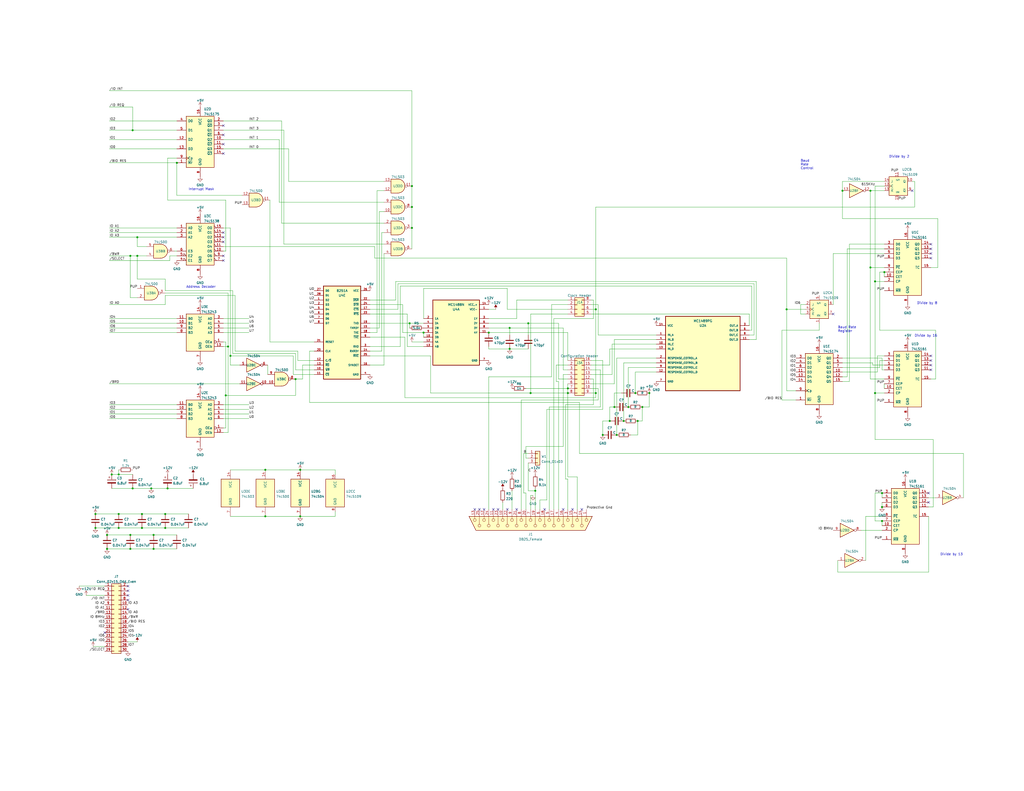
<source format=kicad_sch>
(kicad_sch (version 20211123) (generator eeschema)
  (paper "C")
  (junction (at 74.93 139.7))
  (junction (at 144.78 256.54))
  (junction (at 477.52 214.63))
  (junction (at 481.33 276.86))
  (junction (at 72.39 266.7))
  (junction (at 429.26 168.91))
  (junction (at 77.47 280.67))
  (junction (at 354.33 214.63))
  (junction (at 90.17 288.29))
  (junction (at 90.17 280.67))
  (junction (at 71.12 299.72))
  (junction (at 482.6 148.59))
  (junction (at 83.82 292.1))
  (junction (at 346.71 214.63))
  (junction (at 163.83 256.54))
  (junction (at 58.42 292.1))
  (junction (at 474.98 146.05))
  (junction (at 332.74 229.87))
  (junction (at 123.19 215.9))
  (junction (at 481.33 269.24))
  (junction (at 64.77 288.29))
  (junction (at 224.79 124.46))
  (junction (at 459.74 104.14))
  (junction (at 64.77 280.67))
  (junction (at 350.52 222.25))
  (junction (at 231.14 181.61))
  (junction (at 340.36 229.87))
  (junction (at 58.42 299.72))
  (junction (at 77.47 288.29))
  (junction (at 96.52 88.9))
  (junction (at 161.29 207.01))
  (junction (at 125.73 194.31))
  (junction (at 224.79 101.6))
  (junction (at 60.96 259.08))
  (junction (at 474.98 104.14))
  (junction (at 144.78 281.94))
  (junction (at 481.33 284.48))
  (junction (at 163.83 281.94))
  (junction (at 325.12 168.91))
  (junction (at 224.79 113.03))
  (junction (at 52.07 280.67))
  (junction (at 74.93 129.54))
  (junction (at 72.39 71.12))
  (junction (at 82.55 266.7))
  (junction (at 52.07 288.29))
  (junction (at 278.13 190.5))
  (junction (at 309.88 214.63))
  (junction (at 289.56 214.63))
  (junction (at 477.52 153.67))
  (junction (at 325.12 214.63))
  (junction (at 288.29 176.53))
  (junction (at 71.12 292.1))
  (junction (at 91.44 266.7))
  (junction (at 347.98 229.87))
  (junction (at 336.55 237.49))
  (junction (at 292.1 267.97))
  (junction (at 328.93 237.49))
  (junction (at 71.12 139.7))
  (junction (at 223.52 176.53))
  (junction (at 83.82 299.72))
  (junction (at 335.28 222.25))
  (junction (at 124.46 189.23))
  (junction (at 266.7 181.61))
  (junction (at 342.9 222.25))
  (junction (at 309.88 212.09))
  (junction (at 278.13 179.07))
  (junction (at 64.77 259.08))
  (no_connect (at 121.92 83.82))
  (no_connect (at 508 194.31))
  (no_connect (at 508 199.39))
  (no_connect (at 508 196.85))
  (no_connect (at 508 201.93))
  (no_connect (at 454.66 171.45))
  (no_connect (at 508 140.97))
  (no_connect (at 508 133.35))
  (no_connect (at 508 135.89))
  (no_connect (at 508 138.43))
  (no_connect (at 497.84 104.14))
  (no_connect (at 506.73 274.32))
  (no_connect (at 506.73 269.24))
  (no_connect (at 121.92 78.74))
  (no_connect (at 121.92 132.08))
  (no_connect (at 121.92 129.54))
  (no_connect (at 121.92 127))
  (no_connect (at 121.92 142.24))
  (no_connect (at 121.92 139.7))
  (no_connect (at 121.92 73.66))
  (no_connect (at 121.92 68.58))
  (no_connect (at 69.85 320.04))
  (no_connect (at 69.85 322.58))
  (no_connect (at 69.85 325.12))
  (no_connect (at 69.85 327.66))
  (no_connect (at 69.85 332.74))
  (no_connect (at 57.15 345.44))
  (no_connect (at 297.18 278.13))
  (no_connect (at 276.86 278.13))
  (no_connect (at 312.42 278.13))
  (no_connect (at 307.34 278.13))
  (no_connect (at 317.5 278.13))
  (no_connect (at 259.08 278.13))
  (no_connect (at 264.16 278.13))
  (no_connect (at 269.24 278.13))
  (no_connect (at 261.62 278.13))
  (no_connect (at 271.78 278.13))
  (no_connect (at 281.94 278.13))
  (wire (pts (xy 285.75 247.65) (xy 285.75 269.24)))
  (wire (pts (xy 153.67 66.04) (xy 121.92 66.04)))
  (wire (pts (xy 204.47 140.97) (xy 429.26 140.97)))
  (wire (pts (xy 222.25 189.23) (xy 231.14 189.23)))
  (wire (pts (xy 429.26 140.97) (xy 429.26 168.91)))
  (wire (pts (xy 482.6 148.59) (xy 480.06 148.59)))
  (wire (pts (xy 121.92 228.6) (xy 135.89 228.6)))
  (wire (pts (xy 328.93 196.85) (xy 328.93 223.52)))
  (wire (pts (xy 224.79 113.03) (xy 224.79 124.46)))
  (wire (pts (xy 426.72 218.44) (xy 426.72 180.34)))
  (wire (pts (xy 201.93 176.53) (xy 223.52 176.53)))
  (wire (pts (xy 59.69 179.07) (xy 96.52 179.07)))
  (wire (pts (xy 288.29 247.65) (xy 285.75 247.65)))
  (wire (pts (xy 209.55 127) (xy 208.28 127)))
  (wire (pts (xy 220.98 184.15) (xy 220.98 217.17)))
  (wire (pts (xy 288.29 176.53) (xy 304.8 176.53)))
  (wire (pts (xy 342.9 222.25) (xy 342.9 200.66)))
  (wire (pts (xy 278.13 179.07) (xy 278.13 182.88)))
  (wire (pts (xy 152.4 76.2) (xy 121.92 76.2)))
  (wire (pts (xy 162.56 191.77) (xy 128.27 191.77)))
  (wire (pts (xy 292.1 267.97) (xy 292.1 278.13)))
  (wire (pts (xy 307.34 243.84) (xy 307.34 204.47)))
  (wire (pts (xy 59.69 139.7) (xy 71.12 139.7)))
  (wire (pts (xy 309.88 209.55) (xy 309.88 212.09)))
  (wire (pts (xy 162.56 196.85) (xy 162.56 191.77)))
  (wire (pts (xy 201.93 171.45) (xy 222.25 171.45)))
  (wire (pts (xy 304.8 207.01) (xy 309.88 207.01)))
  (wire (pts (xy 60.96 266.7) (xy 72.39 266.7)))
  (wire (pts (xy 74.93 129.54) (xy 74.93 134.62)))
  (wire (pts (xy 477.52 153.67) (xy 482.6 153.67)))
  (wire (pts (xy 274.32 274.32) (xy 274.32 278.13)))
  (wire (pts (xy 124.46 236.22) (xy 121.92 236.22)))
  (wire (pts (xy 124.46 189.23) (xy 124.46 236.22)))
  (wire (pts (xy 59.69 176.53) (xy 96.52 176.53)))
  (wire (pts (xy 59.69 226.06) (xy 96.52 226.06)))
  (wire (pts (xy 323.85 220.98) (xy 323.85 207.01)))
  (wire (pts (xy 325.12 214.63) (xy 325.12 168.91)))
  (wire (pts (xy 209.55 138.43) (xy 209.55 199.39)))
  (wire (pts (xy 478.79 194.31) (xy 482.6 194.31)))
  (wire (pts (xy 289.56 270.51) (xy 289.56 278.13)))
  (wire (pts (xy 91.44 266.7) (xy 105.41 266.7)))
  (wire (pts (xy 209.55 115.57) (xy 207.01 115.57)))
  (wire (pts (xy 335.28 214.63) (xy 335.28 222.25)))
  (wire (pts (xy 332.74 199.39) (xy 322.58 199.39)))
  (wire (pts (xy 160.02 194.31) (xy 125.73 194.31)))
  (wire (pts (xy 121.92 71.12) (xy 154.94 71.12)))
  (wire (pts (xy 339.09 214.63) (xy 335.28 214.63)))
  (wire (pts (xy 92.71 139.7) (xy 92.71 142.24)))
  (wire (pts (xy 347.98 237.49) (xy 347.98 229.87)))
  (wire (pts (xy 499.11 113.03) (xy 499.11 99.06)))
  (wire (pts (xy 121.92 186.69) (xy 123.19 186.69)))
  (wire (pts (xy 304.8 208.28) (xy 304.8 278.13)))
  (wire (pts (xy 340.36 229.87) (xy 340.36 198.12)))
  (wire (pts (xy 358.14 190.5) (xy 332.74 190.5)))
  (wire (pts (xy 124.46 160.02) (xy 90.17 160.02)))
  (wire (pts (xy 171.45 196.85) (xy 162.56 196.85)))
  (wire (pts (xy 323.85 173.99) (xy 302.26 173.99)))
  (wire (pts (xy 127 158.75) (xy 90.17 158.75)))
  (wire (pts (xy 335.28 209.55) (xy 335.28 185.42)))
  (wire (pts (xy 457.2 312.42) (xy 457.2 306.07)))
  (wire (pts (xy 478.79 194.31) (xy 478.79 203.2)))
  (wire (pts (xy 163.83 256.54) (xy 182.88 256.54)))
  (wire (pts (xy 231.14 157.48) (xy 231.14 173.99)))
  (wire (pts (xy 462.28 135.89) (xy 462.28 205.74)))
  (wire (pts (xy 125.73 281.94) (xy 144.78 281.94)))
  (wire (pts (xy 340.36 198.12) (xy 358.14 198.12)))
  (wire (pts (xy 182.88 256.54) (xy 182.88 259.08)))
  (wire (pts (xy 459.74 203.2) (xy 478.79 203.2)))
  (wire (pts (xy 347.98 229.87) (xy 350.52 229.87)))
  (wire (pts (xy 346.71 203.2) (xy 346.71 214.63)))
  (wire (pts (xy 327.66 222.25) (xy 299.72 222.25)))
  (wire (pts (xy 125.73 256.54) (xy 144.78 256.54)))
  (wire (pts (xy 288.29 267.97) (xy 288.29 252.73)))
  (wire (pts (xy 481.33 269.24) (xy 481.33 271.78)))
  (wire (pts (xy 412.75 185.42) (xy 408.94 185.42)))
  (wire (pts (xy 323.85 163.83) (xy 323.85 173.99)))
  (wire (pts (xy 307.34 204.47) (xy 309.88 204.47)))
  (wire (pts (xy 224.79 101.6) (xy 224.79 49.53)))
  (wire (pts (xy 429.26 213.36) (xy 429.26 168.91)))
  (wire (pts (xy 157.48 81.28) (xy 157.48 99.06)))
  (wire (pts (xy 96.52 88.9) (xy 59.69 88.9)))
  (wire (pts (xy 408.94 177.8) (xy 408.94 171.45)))
  (wire (pts (xy 208.28 191.77) (xy 201.93 191.77)))
  (wire (pts (xy 350.52 222.25) (xy 350.52 229.87)))
  (wire (pts (xy 82.55 266.7) (xy 91.44 266.7)))
  (wire (pts (xy 124.46 189.23) (xy 124.46 160.02)))
  (wire (pts (xy 326.39 166.37) (xy 322.58 166.37)))
  (wire (pts (xy 182.88 281.94) (xy 182.88 279.4)))
  (wire (pts (xy 506.73 281.94) (xy 506.73 312.42)))
  (wire (pts (xy 307.34 179.07) (xy 307.34 201.93)))
  (wire (pts (xy 481.33 274.32) (xy 481.33 276.86)))
  (wire (pts (xy 80.01 139.7) (xy 74.93 139.7)))
  (wire (pts (xy 96.52 139.7) (xy 92.71 139.7)))
  (wire (pts (xy 209.55 104.14) (xy 205.74 104.14)))
  (wire (pts (xy 215.9 163.83) (xy 215.9 153.67)))
  (wire (pts (xy 59.69 209.55) (xy 130.81 209.55)))
  (wire (pts (xy 322.58 214.63) (xy 325.12 214.63)))
  (wire (pts (xy 234.95 214.63) (xy 289.56 214.63)))
  (wire (pts (xy 459.74 200.66) (xy 480.06 200.66)))
  (wire (pts (xy 266.7 168.91) (xy 270.51 168.91)))
  (wire (pts (xy 309.88 168.91) (xy 276.86 168.91)))
  (wire (pts (xy 276.86 168.91) (xy 276.86 157.48)))
  (wire (pts (xy 309.88 214.63) (xy 289.56 214.63)))
  (wire (pts (xy 204.47 134.62) (xy 204.47 140.97)))
  (wire (pts (xy 127 193.04) (xy 127 158.75)))
  (wire (pts (xy 223.52 176.53) (xy 223.52 179.07)))
  (wire (pts (xy 96.52 129.54) (xy 74.93 129.54)))
  (wire (pts (xy 152.4 110.49) (xy 152.4 76.2)))
  (wire (pts (xy 287.02 243.84) (xy 307.34 243.84)))
  (wire (pts (xy 459.74 208.28) (xy 463.55 208.28)))
  (wire (pts (xy 308.61 220.98) (xy 323.85 220.98)))
  (wire (pts (xy 217.17 168.91) (xy 201.93 168.91)))
  (wire (pts (xy 287.02 269.24) (xy 287.02 278.13)))
  (wire (pts (xy 477.52 284.48) (xy 481.33 284.48)))
  (wire (pts (xy 266.7 278.13) (xy 266.7 205.74)))
  (wire (pts (xy 95.25 137.16) (xy 96.52 137.16)))
  (wire (pts (xy 336.55 237.49) (xy 336.55 195.58)))
  (wire (pts (xy 266.7 179.07) (xy 278.13 179.07)))
  (wire (pts (xy 71.12 292.1) (xy 83.82 292.1)))
  (wire (pts (xy 96.52 86.36) (xy 91.44 86.36)))
  (wire (pts (xy 434.34 218.44) (xy 426.72 218.44)))
  (wire (pts (xy 153.67 121.92) (xy 153.67 66.04)))
  (wire (pts (xy 125.73 194.31) (xy 125.73 199.39)))
  (wire (pts (xy 463.55 133.35) (xy 482.6 133.35)))
  (wire (pts (xy 219.71 181.61) (xy 219.71 166.37)))
  (wire (pts (xy 123.19 109.22) (xy 123.19 137.16)))
  (wire (pts (xy 218.44 189.23) (xy 201.93 189.23)))
  (wire (pts (xy 209.55 199.39) (xy 201.93 199.39)))
  (wire (pts (xy 231.14 181.61) (xy 231.14 184.15)))
  (wire (pts (xy 224.79 101.6) (xy 224.79 113.03)))
  (wire (pts (xy 328.93 229.87) (xy 328.93 237.49)))
  (wire (pts (xy 266.7 176.53) (xy 288.29 176.53)))
  (wire (pts (xy 474.98 104.14) (xy 474.98 146.05)))
  (wire (pts (xy 154.94 71.12) (xy 154.94 133.35)))
  (wire (pts (xy 46.99 325.12) (xy 57.15 325.12)))
  (wire (pts (xy 316.23 219.71) (xy 316.23 247.65)))
  (wire (pts (xy 482.6 135.89) (xy 462.28 135.89)))
  (wire (pts (xy 276.86 157.48) (xy 231.14 157.48)))
  (wire (pts (xy 474.98 146.05) (xy 482.6 146.05)))
  (wire (pts (xy 161.29 193.04) (xy 127 193.04)))
  (wire (pts (xy 59.69 124.46) (xy 96.52 124.46)))
  (wire (pts (xy 123.19 215.9) (xy 123.19 233.68)))
  (wire (pts (xy 506.73 312.42) (xy 457.2 312.42)))
  (wire (pts (xy 482.6 209.55) (xy 482.6 212.09)))
  (wire (pts (xy 436.88 171.45) (xy 436.88 166.37)))
  (wire (pts (xy 477.52 101.6) (xy 482.6 101.6)))
  (wire (pts (xy 410.21 156.21) (xy 218.44 156.21)))
  (wire (pts (xy 304.8 208.28) (xy 303.53 208.28)))
  (wire (pts (xy 323.85 163.83) (xy 322.58 163.83)))
  (wire (pts (xy 326.39 212.09) (xy 326.39 218.44)))
  (wire (pts (xy 459.74 119.38) (xy 459.74 104.14)))
  (wire (pts (xy 309.88 278.13) (xy 309.88 261.62)))
  (wire (pts (xy 59.69 166.37) (xy 90.17 166.37)))
  (wire (pts (xy 322.58 209.55) (xy 335.28 209.55)))
  (wire (pts (xy 123.19 186.69) (xy 123.19 215.9)))
  (wire (pts (xy 509.27 240.03) (xy 509.27 276.86)))
  (wire (pts (xy 426.72 180.34) (xy 447.04 180.34)))
  (wire (pts (xy 121.92 189.23) (xy 124.46 189.23)))
  (wire (pts (xy 90.17 280.67) (xy 102.87 280.67)))
  (wire (pts (xy 77.47 288.29) (xy 90.17 288.29)))
  (wire (pts (xy 294.64 273.05) (xy 294.64 278.13)))
  (wire (pts (xy 511.81 146.05) (xy 511.81 119.38)))
  (wire (pts (xy 59.69 129.54) (xy 74.93 129.54)))
  (wire (pts (xy 83.82 299.72) (xy 96.52 299.72)))
  (wire (pts (xy 201.93 166.37) (xy 219.71 166.37)))
  (wire (pts (xy 481.33 201.93) (xy 482.6 201.93)))
  (wire (pts (xy 231.14 176.53) (xy 223.52 176.53)))
  (wire (pts (xy 308.61 261.62) (xy 308.61 220.98)))
  (wire (pts (xy 316.23 247.65) (xy 525.78 247.65)))
  (wire (pts (xy 325.12 217.17) (xy 325.12 214.63)))
  (wire (pts (xy 481.33 284.48) (xy 481.33 287.02)))
  (wire (pts (xy 482.6 196.85) (xy 480.06 196.85)))
  (wire (pts (xy 219.71 181.61) (xy 231.14 181.61)))
  (wire (pts (xy 59.69 173.99) (xy 96.52 173.99)))
  (wire (pts (xy 59.69 58.42) (xy 72.39 58.42)))
  (wire (pts (xy 43.18 320.04) (xy 57.15 320.04)))
  (wire (pts (xy 472.44 281.94) (xy 472.44 306.07)))
  (wire (pts (xy 71.12 139.7) (xy 71.12 162.56)))
  (wire (pts (xy 481.33 195.58) (xy 481.33 201.93)))
  (wire (pts (xy 358.14 203.2) (xy 346.71 203.2)))
  (wire (pts (xy 121.92 173.99) (xy 135.89 173.99)))
  (wire (pts (xy 146.05 199.39) (xy 146.05 204.47)))
  (wire (pts (xy 285.75 269.24) (xy 287.02 269.24)))
  (wire (pts (xy 287.02 250.19) (xy 287.02 243.84)))
  (wire (pts (xy 434.34 213.36) (xy 429.26 213.36)))
  (wire (pts (xy 59.69 127) (xy 96.52 127)))
  (wire (pts (xy 350.52 222.25) (xy 354.33 222.25)))
  (wire (pts (xy 144.78 281.94) (xy 163.83 281.94)))
  (wire (pts (xy 459.74 195.58) (xy 481.33 195.58)))
  (wire (pts (xy 429.26 168.91) (xy 439.42 168.91)))
  (wire (pts (xy 354.33 222.25) (xy 354.33 214.63)))
  (wire (pts (xy 508 146.05) (xy 511.81 146.05)))
  (wire (pts (xy 71.12 162.56) (xy 74.93 162.56)))
  (wire (pts (xy 309.88 212.09) (xy 309.88 214.63)))
  (wire (pts (xy 224.79 124.46) (xy 224.79 135.89)))
  (wire (pts (xy 447.04 180.34) (xy 447.04 176.53)))
  (wire (pts (xy 322.58 212.09) (xy 326.39 212.09)))
  (wire (pts (xy 499.11 99.06) (xy 497.84 99.06)))
  (wire (pts (xy 525.78 271.78) (xy 525.78 247.65)))
  (wire (pts (xy 59.69 66.04) (xy 96.52 66.04)))
  (wire (pts (xy 482.6 199.39) (xy 476.25 199.39)))
  (wire (pts (xy 266.7 190.5) (xy 266.7 189.23)))
  (wire (pts (xy 299.72 222.25) (xy 299.72 278.13)))
  (wire (pts (xy 74.93 134.62) (xy 80.01 134.62)))
  (wire (pts (xy 289.56 214.63) (xy 289.56 171.45)))
  (wire (pts (xy 168.91 219.71) (xy 316.23 219.71)))
  (wire (pts (xy 482.6 138.43) (xy 454.66 138.43)))
  (wire (pts (xy 474.98 207.01) (xy 474.98 146.05)))
  (wire (pts (xy 279.4 267.97) (xy 279.4 278.13)))
  (wire (pts (xy 510.54 207.01) (xy 508 207.01)))
  (wire (pts (xy 234.95 194.31) (xy 234.95 214.63)))
  (wire (pts (xy 287.02 212.09) (xy 309.88 212.09)))
  (wire (pts (xy 168.91 191.77) (xy 168.91 219.71)))
  (wire (pts (xy 459.74 104.14) (xy 459.74 99.06)))
  (wire (pts (xy 480.06 148.59) (xy 480.06 180.34)))
  (wire (pts (xy 408.94 182.88) (xy 411.48 182.88)))
  (wire (pts (xy 477.52 269.24) (xy 477.52 284.48)))
  (wire (pts (xy 165.1 199.39) (xy 165.1 207.01)))
  (wire (pts (xy 469.9 289.56) (xy 481.33 289.56)))
  (wire (pts (xy 59.69 81.28) (xy 96.52 81.28)))
  (wire (pts (xy 64.77 280.67) (xy 77.47 280.67)))
  (wire (pts (xy 58.42 299.72) (xy 71.12 299.72)))
  (wire (pts (xy 121.92 179.07) (xy 135.89 179.07)))
  (wire (pts (xy 477.52 214.63) (xy 477.52 240.03)))
  (wire (pts (xy 298.45 273.05) (xy 294.64 273.05)))
  (wire (pts (xy 480.06 180.34) (xy 510.54 180.34)))
  (wire (pts (xy 91.44 109.22) (xy 123.19 109.22)))
  (wire (pts (xy 334.01 204.47) (xy 322.58 204.47)))
  (wire (pts (xy 71.12 299.72) (xy 83.82 299.72)))
  (wire (pts (xy 509.27 276.86) (xy 506.73 276.86)))
  (wire (pts (xy 332.74 190.5) (xy 332.74 199.39)))
  (wire (pts (xy 309.88 261.62) (xy 308.61 261.62)))
  (wire (pts (xy 408.94 171.45) (xy 322.58 171.45)))
  (wire (pts (xy 163.83 281.94) (xy 182.88 281.94)))
  (wire (pts (xy 125.73 124.46) (xy 125.73 194.31)))
  (wire (pts (xy 481.33 281.94) (xy 472.44 281.94)))
  (wire (pts (xy 482.6 214.63) (xy 477.52 214.63)))
  (wire (pts (xy 481.33 269.24) (xy 477.52 269.24)))
  (wire (pts (xy 59.69 228.6) (xy 96.52 228.6)))
  (wire (pts (xy 90.17 152.4) (xy 74.93 152.4)))
  (wire (pts (xy 300.99 205.74) (xy 300.99 166.37)))
  (wire (pts (xy 125.73 199.39) (xy 130.81 199.39)))
  (wire (pts (xy 322.58 201.93) (xy 327.66 201.93)))
  (wire (pts (xy 454.66 138.43) (xy 454.66 166.37)))
  (wire (pts (xy 121.92 134.62) (xy 204.47 134.62)))
  (wire (pts (xy 121.92 81.28) (xy 157.48 81.28)))
  (wire (pts (xy 58.42 292.1) (xy 71.12 292.1)))
  (wire (pts (xy 123.19 137.16) (xy 121.92 137.16)))
  (wire (pts (xy 209.55 110.49) (xy 152.4 110.49)))
  (wire (pts (xy 90.17 288.29) (xy 102.87 288.29)))
  (wire (pts (xy 59.69 223.52) (xy 96.52 223.52)))
  (wire (pts (xy 160.02 204.47) (xy 160.02 194.31)))
  (wire (pts (xy 154.94 133.35) (xy 209.55 133.35)))
  (wire (pts (xy 298.45 223.52) (xy 298.45 273.05)))
  (wire (pts (xy 69.85 350.52) (xy 74.93 350.52)))
  (wire (pts (xy 303.53 208.28) (xy 303.53 199.39)))
  (wire (pts (xy 220.98 217.17) (xy 325.12 217.17)))
  (wire (pts (xy 314.96 260.35) (xy 314.96 278.13)))
  (wire (pts (xy 328.93 223.52) (xy 298.45 223.52)))
  (wire (pts (xy 342.9 200.66) (xy 358.14 200.66)))
  (wire (pts (xy 77.47 280.67) (xy 90.17 280.67)))
  (wire (pts (xy 304.8 176.53) (xy 304.8 207.01)))
  (wire (pts (xy 325.12 168.91) (xy 325.12 113.03)))
  (wire (pts (xy 59.69 220.98) (xy 96.52 220.98)))
  (wire (pts (xy 300.99 166.37) (xy 309.88 166.37)))
  (wire (pts (xy 59.69 71.12) (xy 72.39 71.12)))
  (wire (pts (xy 325.12 113.03) (xy 499.11 113.03)))
  (wire (pts (xy 322.58 196.85) (xy 328.93 196.85)))
  (wire (pts (xy 171.45 204.47) (xy 160.02 204.47)))
  (wire (pts (xy 477.52 214.63) (xy 477.52 153.67)))
  (wire (pts (xy 121.92 223.52) (xy 135.89 223.52)))
  (wire (pts (xy 83.82 292.1) (xy 96.52 292.1)))
  (wire (pts (xy 327.66 201.93) (xy 327.66 222.25)))
  (wire (pts (xy 288.29 250.19) (xy 287.02 250.19)))
  (wire (pts (xy 90.17 158.75) (xy 90.17 152.4)))
  (wire (pts (xy 303.53 199.39) (xy 309.88 199.39)))
  (wire (pts (xy 326.39 182.88) (xy 326.39 166.37)))
  (wire (pts (xy 123.19 233.68) (xy 121.92 233.68)))
  (wire (pts (xy 462.28 205.74) (xy 459.74 205.74)))
  (wire (pts (xy 411.48 154.94) (xy 217.17 154.94)))
  (wire (pts (xy 215.9 153.67) (xy 412.75 153.67)))
  (wire (pts (xy 171.45 186.69) (xy 147.32 186.69)))
  (wire (pts (xy 358.14 182.88) (xy 326.39 182.88)))
  (wire (pts (xy 335.28 222.25) (xy 332.74 222.25)))
  (wire (pts (xy 128.27 161.29) (xy 90.17 161.29)))
  (wire (pts (xy 292.1 267.97) (xy 288.29 267.97)))
  (wire (pts (xy 323.85 207.01) (xy 322.58 207.01)))
  (wire (pts (xy 209.55 121.92) (xy 153.67 121.92)))
  (wire (pts (xy 278.13 179.07) (xy 307.34 179.07)))
  (wire (pts (xy 284.48 218.44) (xy 284.48 278.13)))
  (wire (pts (xy 278.13 190.5) (xy 266.7 190.5)))
  (wire (pts (xy 307.34 201.93) (xy 309.88 201.93)))
  (wire (pts (xy 477.52 240.03) (xy 509.27 240.03)))
  (wire (pts (xy 132.08 106.68) (xy 96.52 106.68)))
  (wire (pts (xy 224.79 186.69) (xy 231.14 186.69)))
  (wire (pts (xy 64.77 259.08) (xy 72.39 259.08)))
  (wire (pts (xy 482.6 148.59) (xy 482.6 151.13)))
  (wire (pts (xy 224.79 49.53) (xy 59.69 49.53)))
  (wire (pts (xy 412.75 153.67) (xy 412.75 185.42)))
  (wire (pts (xy 309.88 181.61) (xy 309.88 196.85)))
  (wire (pts (xy 335.28 185.42) (xy 358.14 185.42)))
  (wire (pts (xy 217.17 154.94) (xy 217.17 168.91)))
  (wire (pts (xy 171.45 199.39) (xy 165.1 199.39)))
  (wire (pts (xy 302.26 278.13) (xy 302.26 173.99)))
  (wire (pts (xy 144.78 256.54) (xy 163.83 256.54)))
  (wire (pts (xy 50.8 353.06) (xy 57.15 353.06)))
  (wire (pts (xy 59.69 142.24) (xy 92.71 142.24)))
  (wire (pts (xy 463.55 208.28) (xy 463.55 133.35)))
  (wire (pts (xy 128.27 191.77) (xy 128.27 161.29)))
  (wire (pts (xy 74.93 152.4) (xy 74.93 139.7)))
  (wire (pts (xy 205.74 104.14) (xy 205.74 181.61)))
  (wire (pts (xy 208.28 127) (xy 208.28 191.77)))
  (wire (pts (xy 205.74 181.61) (xy 201.93 181.61)))
  (wire (pts (xy 408.94 180.34) (xy 410.21 180.34)))
  (wire (pts (xy 121.92 176.53) (xy 135.89 176.53)))
  (wire (pts (xy 332.74 229.87) (xy 328.93 229.87)))
  (wire (pts (xy 161.29 215.9) (xy 123.19 215.9)))
  (wire (pts (xy 64.77 256.54) (xy 64.77 259.08)))
  (wire (pts (xy 96.52 106.68) (xy 96.52 88.9)))
  (wire (pts (xy 309.88 260.35) (xy 314.96 260.35)))
  (wire (pts (xy 436.88 166.37) (xy 439.42 166.37)))
  (wire (pts (xy 171.45 191.77) (xy 168.91 191.77)))
  (wire (pts (xy 207.01 179.07) (xy 201.93 179.07)))
  (wire (pts (xy 476.25 199.39) (xy 476.25 198.12)))
  (wire (pts (xy 289.56 171.45) (xy 309.88 171.45)))
  (wire (pts (xy 480.06 196.85) (xy 480.06 200.66)))
  (wire (pts (xy 477.52 153.67) (xy 477.52 101.6)))
  (wire (pts (xy 336.55 195.58) (xy 358.14 195.58)))
  (wire (pts (xy 60.96 259.08) (xy 64.77 259.08)))
  (wire (pts (xy 147.32 186.69) (xy 147.32 109.22)))
  (wire (pts (xy 121.92 181.61) (xy 135.89 181.61)))
  (wire (pts (xy 266.7 173.99) (xy 281.94 173.99)))
  (wire (pts (xy 72.39 266.7) (xy 82.55 266.7)))
  (wire (pts (xy 161.29 201.93) (xy 161.29 193.04)))
  (wire (pts (xy 292.1 266.7) (xy 292.1 267.97)))
  (wire (pts (xy 439.42 171.45) (xy 436.88 171.45)))
  (wire (pts (xy 334.01 187.96) (xy 334.01 204.47)))
  (wire (pts (xy 344.17 237.49) (xy 347.98 237.49)))
  (wire (pts (xy 201.93 184.15) (xy 220.98 184.15)))
  (wire (pts (xy 165.1 207.01) (xy 161.29 207.01)))
  (wire (pts (xy 121.92 220.98) (xy 135.89 220.98)))
  (wire (pts (xy 207.01 115.57) (xy 207.01 179.07)))
  (wire (pts (xy 358.14 187.96) (xy 334.01 187.96)))
  (wire (pts (xy 91.44 86.36) (xy 91.44 109.22)))
  (wire (pts (xy 459.74 198.12) (xy 476.25 198.12)))
  (wire (pts (xy 222.25 171.45) (xy 222.25 189.23)))
  (wire (pts (xy 121.92 124.46) (xy 125.73 124.46)))
  (wire (pts (xy 410.21 180.34) (xy 410.21 156.21)))
  (wire (pts (xy 459.74 99.06) (xy 482.6 99.06)))
  (wire (pts (xy 506.73 271.78) (xy 510.54 271.78)))
  (wire (pts (xy 171.45 201.93) (xy 161.29 201.93)))
  (wire (pts (xy 325.12 168.91) (xy 322.58 168.91)))
  (wire (pts (xy 290.83 270.51) (xy 289.56 270.51)))
  (wire (pts (xy 281.94 173.99) (xy 281.94 163.83)))
  (wire (pts (xy 52.07 280.67) (xy 64.77 280.67)))
  (wire (pts (xy 411.48 182.88) (xy 411.48 154.94)))
  (wire (pts (xy 74.93 139.7) (xy 71.12 139.7)))
  (wire (pts (xy 332.74 222.25) (xy 332.74 229.87)))
  (wire (pts (xy 510.54 180.34) (xy 510.54 207.01)))
  (wire (pts (xy 281.94 163.83) (xy 309.88 163.83)))
  (wire (pts (xy 278.13 190.5) (xy 288.29 190.5)))
  (wire (pts (xy 72.39 58.42) (xy 72.39 71.12)))
  (wire (pts (xy 90.17 161.29) (xy 90.17 166.37)))
  (wire (pts (xy 121.92 226.06) (xy 135.89 226.06)))
  (wire (pts (xy 209.55 99.06) (xy 157.48 99.06)))
  (wire (pts (xy 326.39 218.44) (xy 284.48 218.44)))
  (wire (pts (xy 309.88 214.63) (xy 309.88 260.35)))
  (wire (pts (xy 201.93 194.31) (xy 234.95 194.31)))
  (wire (pts (xy 511.81 119.38) (xy 459.74 119.38)))
  (wire (pts (xy 52.07 288.29) (xy 64.77 288.29)))
  (wire (pts (xy 72.39 71.12) (xy 96.52 71.12)))
  (wire (pts (xy 161.29 207.01) (xy 161.29 215.9)))
  (wire (pts (xy 201.93 163.83) (xy 215.9 163.83)))
  (wire (pts (xy 59.69 76.2) (xy 96.52 76.2)))
  (wire (pts (xy 482.6 207.01) (xy 474.98 207.01)))
  (wire (pts (xy 266.7 205.74) (xy 300.99 205.74)))
  (wire (pts (xy 59.69 181.61) (xy 96.52 181.61)))
  (wire (pts (xy 474.98 104.14) (xy 482.6 104.14)))
  (wire (pts (xy 266.7 181.61) (xy 309.88 181.61)))
  (wire (pts (xy 218.44 156.21) (xy 218.44 189.23)))
  (wire (pts (xy 288.29 176.53) (xy 288.29 182.88)))
  (wire (pts (xy 64.77 288.29) (xy 77.47 288.29)))
  (text "Divide by 16" (at 499.11 184.15 0) (effects (font (size 1.27 1.27)) (justify left bottom)))
  (text "Interrupt Mask" (at 102.87 104.14 0) (effects (font (size 1.27 1.27)) (justify left bottom)))
  (text "Divide by 13" (at 513.08 303.53 0) (effects (font (size 1.27 1.27)) (justify left bottom)))
  (text "Address Decoder" (at 101.6 157.48 0) (effects (font (size 1.27 1.27)) (justify left bottom)))
  (text "Baud\nRate\nControl" (at 436.88 92.71 0) (effects (font (size 1.27 1.27)) (justify left bottom)))
  (text "Baud Rate\nRegister" (at 457.2 181.61 0) (effects (font (size 1.27 1.27)) (justify left bottom)))
  (text "Divide by 8" (at 500.38 166.37 0) (effects (font (size 1.27 1.27)) (justify left bottom)))
  (text "Divide by 2" (at 485.14 86.36 0) (effects (font (size 1.27 1.27)) (justify left bottom)))
  (label "{slash}ID REQ" (at 59.69 58.42 0))
  (label "IO1" (at 69.85 347.98 0))
  (label "IO2" (at 59.69 223.52 0))
  (label "IO6" (at 57.15 347.98 180))
  (label "{slash}BWR" (at 69.85 337.82 0))
  (label "C" (at 288.29 257.81 0))
  (label "{slash}IO INT" (at 57.15 327.66 180))
  (label "IO7" (at 69.85 353.06 0))
  (label "PUP" (at 482.6 140.97 180))
  (label "{slash}BIO RES" (at 59.69 88.9 0))
  (label "IO0" (at 57.15 350.52 180))
  (label "U5" (at 135.89 176.53 0))
  (label "U6" (at 171.45 173.99 180))
  (label "U1" (at 135.89 226.06 0))
  (label "U3" (at 135.89 220.98 0))
  (label "IO A0" (at 59.69 166.37 0))
  (label "INT 3" (at 135.89 71.12 0))
  (label "IO7" (at 59.69 181.61 0))
  (label "{slash}SELECT" (at 57.15 355.6 180))
  (label "IO3" (at 57.15 340.36 180))
  (label "PUP" (at 72.39 256.54 0))
  (label "Protective Gnd" (at 320.04 278.13 0))
  (label "U2" (at 171.45 163.83 180))
  (label "IO A0" (at 69.85 335.28 0))
  (label "IO0" (at 434.34 203.2 180))
  (label "IO6" (at 436.88 166.37 180))
  (label "IO0" (at 59.69 228.6 0))
  (label "IO A2" (at 57.15 330.2 180))
  (label "IO5" (at 434.34 205.74 180))
  (label "U3" (at 171.45 166.37 180))
  (label "{slash}SELECT" (at 59.69 142.24 0))
  (label "INT 2" (at 135.89 66.04 0))
  (label "PUP" (at 482.6 209.55 180))
  (label "IO0" (at 59.69 81.28 0))
  (label "IO1" (at 59.69 226.06 0))
  (label "U6" (at 135.89 179.07 0))
  (label "U0" (at 135.89 228.6 0))
  (label "U4" (at 135.89 173.99 0))
  (label "PUP" (at 481.33 294.64 180))
  (label "U4" (at 171.45 168.91 180))
  (label "IO6" (at 59.69 179.07 0))
  (label "INT 1" (at 135.89 76.2 0))
  (label "IO A3" (at 69.85 330.2 0))
  (label "{slash}BWR" (at 59.69 139.7 0))
  (label "U1" (at 171.45 161.29 180))
  (label "U7" (at 171.45 176.53 180))
  (label "IO A1" (at 59.69 124.46 0))
  (label "PUP" (at 74.93 157.48 180))
  (label "615KHz" (at 477.52 101.6 180))
  (label "IO 8MHz" (at 454.66 289.56 180))
  (label "IO 8MHz" (at 57.15 337.82 180))
  (label "IO A1" (at 57.15 332.74 180))
  (label "IO4" (at 434.34 208.28 180))
  (label "B" (at 285.75 247.65 0))
  (label "U0" (at 171.45 158.75 180))
  (label "IO5" (at 59.69 176.53 0))
  (label "PUP" (at 482.6 219.71 180))
  (label "IO A2" (at 59.69 127 0))
  (label "PUP" (at 477.52 269.24 0))
  (label "IO2" (at 434.34 198.12 180))
  (label "U5" (at 171.45 171.45 180))
  (label "IO4" (at 59.69 173.99 0))
  (label "{slash}BRD" (at 59.69 209.55 0))
  (label "PUP" (at 490.22 109.22 0))
  (label "IO1" (at 434.34 200.66 180))
  (label "{slash}ID REQ" (at 57.15 322.58 180))
  (label "PUP" (at 132.08 111.76 180))
  (label "PUP" (at 447.04 161.29 180))
  (label "U2" (at 135.89 223.52 0))
  (label "{slash}BRD" (at 57.15 335.28 180))
  (label "PUP" (at 482.6 158.75 180))
  (label "IO3" (at 59.69 71.12 0))
  (label "IO4" (at 69.85 342.9 0))
  (label "IO5" (at 69.85 345.44 0))
  (label "IO1" (at 59.69 76.2 0))
  (label "{slash}IO INT" (at 59.69 49.53 0))
  (label "PUP" (at 490.22 93.98 180))
  (label "{slash}BIO RES" (at 69.85 340.36 0))
  (label "{slash}BIO RES" (at 426.72 218.44 180))
  (label "IO3" (at 59.69 220.98 0))
  (label "U7" (at 135.89 181.61 0))
  (label "IO A3" (at 59.69 129.54 0))
  (label "IO2" (at 59.69 66.04 0))
  (label "IO2" (at 57.15 342.9 180))
  (label "INT 0" (at 135.89 81.28 0))
  (label "IO3" (at 434.34 195.58 180))
  (symbol (lib_id "74xx:74LS161") (at 494.03 281.94 0) (unit 1)
    (property "Reference" "U1B" (at 496.0494 262.7335 0) (effects (justify left)))
    (property "Value" "74LS161" (at 496.0494 265.5086 0) (effects (justify left)))
    (property "Datasheet" "http://www.ti.com/lit/gpn/sn74LS161" (effects hide))
  )
  (symbol (lib_id "Device:R") (at 350.52 214.63 90) (unit 1)
    (property "Reference" "R?" (at 350.52 212.09 90))
    (property "Value" "R" (at 350.52 214.63 90))
  )
  (symbol (lib_id "Device:C") (at 64.77 284.48 0) (unit 1)
    (property "Reference" "C?" (at 67.691 283.5715 0) (effects (justify left)))
    (property "Value" "0.047uF" (at 67.691 286.3466 0) (effects (justify left)))
  )
  (symbol (lib_id "74xx:74LS00") (at 153.67 207.01 0) (unit 3)
    (property "Reference" "U3B" (at 153.67 207.01 0))
    (property "Value" "74LS00" (at 153.67 202.0086 0))
    (property "Datasheet" "http://www.ti.com/lit/gpn/sn74ls00" (effects hide))
  )
  (symbol (lib_id "74xx:74LS04") (at 138.43 199.39 0) (unit 3)
    (property "Reference" "U2B" (at 137.16 199.39 0))
    (property "Value" "74LS04" (at 138.43 194.3886 0))
    (property "Datasheet" "http://www.ti.com/lit/gpn/sn74LS04" (effects hide))
  )
  (symbol (lib_id "power:+5V") (at 109.22 213.36 0) (unit 1)
    (property "Reference" "#PWR?" (effects hide))
    (property "Value" "+5V" (at 109.22 209.7555 0))
  )
  (symbol (lib_id "Device:C") (at 58.42 295.91 0) (unit 1)
    (property "Reference" "C?" (at 61.341 295.0015 0) (effects (justify left)))
    (property "Value" "0.047uF" (at 61.341 297.7766 0) (effects (justify left)))
  )
  (symbol (lib_id "Device:C_Polarized") (at 105.41 262.89 0) (mirror x) (unit 1)
    (property "Reference" "C1" (at 111.76 261.62 0) (effects (justify right)))
    (property "Value" "6.8uF" (at 114.3 264.16 0) (effects (justify right)))
  )
  (symbol (lib_id "power:+12V") (at 46.99 325.12 0) (unit 1)
    (property "Reference" "#PWR?" (effects hide))
    (property "Value" "+12V" (at 46.99 321.5155 0))
  )
  (symbol (lib_id "74xx:74LS04") (at 462.28 289.56 0) (unit 4)
    (property "Reference" "U2B" (at 461.01 289.56 0))
    (property "Value" "74LS04" (at 462.28 284.5586 0))
    (property "Datasheet" "http://www.ti.com/lit/gpn/sn74LS04" (effects hide))
  )
  (symbol (lib_id "Device:C") (at 339.09 222.25 90) (unit 1)
    (property "Reference" "C?" (at 339.09 218.44 90))
    (property "Value" "C" (at 341.63 220.98 90))
  )
  (symbol (lib_id "74xx:74LS174") (at 447.04 205.74 0) (unit 1)
    (property "Reference" "U1E" (at 449.0594 189.0735 0) (effects (justify left)))
    (property "Value" "74LS174" (at 449.0594 191.8486 0) (effects (justify left)))
    (property "Datasheet" "http://www.ti.com/lit/gpn/sn74LS174" (effects hide))
  )
  (symbol (lib_id "Device:R") (at 344.17 229.87 90) (unit 1)
    (property "Reference" "R?" (at 344.17 227.33 90))
    (property "Value" "R" (at 344.17 229.87 90))
  )
  (symbol (lib_id "74xx:74LS138") (at 109.22 132.08 0) (unit 1)
    (property "Reference" "U3C" (at 111.2394 117.9535 0) (effects (justify left)))
    (property "Value" "74LS138" (at 111.2394 120.7286 0) (effects (justify left)))
    (property "Datasheet" "http://www.ti.com/lit/gpn/sn74LS138" (effects hide))
  )
  (symbol (lib_id "74xx:74LS03") (at 217.17 124.46 0) (mirror x) (unit 1)
    (property "Reference" "U3D" (at 217.17 124.46 0))
    (property "Value" "74LS03" (at 217.17 119.4586 0))
    (property "Datasheet" "http://www.ti.com/lit/gpn/sn74LS03" (effects hide))
  )
  (symbol (lib_id "power:GND") (at 495.3 166.37 0) (unit 1)
    (property "Reference" "#PWR?" (effects hide))
    (property "Value" "GND" (at 495.3 170.9325 0))
  )
  (symbol (lib_id "Device:C") (at 83.82 295.91 0) (unit 1)
    (property "Reference" "C?" (at 86.741 295.0015 0) (effects (justify left)))
    (property "Value" "0.047uF" (at 86.741 297.7766 0) (effects (justify left)))
  )
  (symbol (lib_id "74xx:74LS03") (at 217.17 113.03 0) (unit 3)
    (property "Reference" "U3D" (at 217.17 113.03 0))
    (property "Value" "74LS03" (at 217.17 108.0286 0))
    (property "Datasheet" "http://www.ti.com/lit/gpn/sn74LS03" (effects hide))
  )
  (symbol (lib_id "74xx:74LS109") (at 447.04 168.91 0) (unit 1)
    (property "Reference" "U2C" (at 449.0594 159.8635 0) (effects (justify left)))
    (property "Value" "74LS109" (at 449.0594 162.6386 0) (effects (justify left)))
    (property "Datasheet" "http://www.ti.com/lit/gpn/sn74LS109" (effects hide))
  )
  (symbol (lib_id "power:+5V") (at 109.22 166.37 0) (unit 1)
    (property "Reference" "#PWR?" (effects hide))
    (property "Value" "+5V" (at 109.22 162.7655 0))
  )
  (symbol (lib_id "Device:C") (at 90.17 284.48 0) (unit 1)
    (property "Reference" "C?" (at 93.091 283.5715 0) (effects (justify left)))
    (property "Value" "0.047uF" (at 93.091 286.3466 0) (effects (justify left)))
  )
  (symbol (lib_id "Device:C") (at 102.87 284.48 0) (unit 1)
    (property "Reference" "C?" (at 105.791 283.5715 0) (effects (justify left)))
    (property "Value" "0.047uF" (at 105.791 286.3466 0) (effects (justify left)))
  )
  (symbol (lib_id "power:-12V") (at 74.93 350.52 0) (unit 1)
    (property "Reference" "#PWR?" (effects hide))
    (property "Value" "-12V" (at 74.93 346.9155 0))
  )
  (symbol (lib_id "power:GND") (at 494.03 302.26 0) (unit 1)
    (property "Reference" "#PWR?" (effects hide))
    (property "Value" "GND" (at 494.03 306.8225 0))
  )
  (symbol (lib_id "Evan's misc parts:MC1488N") (at 248.92 181.61 0) (unit 1)
    (property "Reference" "U4A" (at 248.92 168.91 0))
    (property "Value" "MC1488N" (at 248.92 166.37 0))
    (property "Footprint" "DIP794W45P254L1969H508Q14" (effects hide))
  )
  (symbol (lib_id "power:GND") (at 328.93 237.49 0) (unit 1)
    (property "Reference" "#PWR?" (effects hide))
    (property "Value" "GND" (at 328.93 242.0525 0))
  )
  (symbol (lib_id "Device:R") (at 292.1 262.89 0) (unit 1)
    (property "Reference" "R4" (at 293.878 261.9815 0) (effects (justify left)))
    (property "Value" "9.1k" (at 293.878 264.7566 0) (effects (justify left)))
  )
  (symbol (lib_id "power:-12V") (at 270.51 168.91 0) (unit 1)
    (property "Reference" "#PWR?" (effects hide))
    (property "Value" "-12V" (at 270.51 165.3055 0))
  )
  (symbol (lib_id "power:+12V") (at 279.4 212.09 0) (unit 1)
    (property "Reference" "#PWR?" (effects hide))
    (property "Value" "+12V" (at 279.4 208.4855 0))
  )
  (symbol (lib_id "power:GND") (at 495.3 227.33 0) (unit 1)
    (property "Reference" "#PWR?" (effects hide))
    (property "Value" "GND" (at 495.3 231.8925 0))
  )
  (symbol (lib_id "74xx:74LS00") (at 87.63 137.16 0) (mirror x) (unit 2)
    (property "Reference" "U3B" (at 87.63 137.16 0))
    (property "Value" "74LS00" (at 87.63 132.1586 0))
    (property "Datasheet" "http://www.ti.com/lit/gpn/sn74ls00" (effects hide))
  )
  (symbol (lib_id "power:GND") (at 109.22 96.52 0) (unit 1)
    (property "Reference" "#PWR?" (effects hide))
    (property "Value" "GND" (at 109.22 101.0825 0))
  )
  (symbol (lib_id "Device:R") (at 283.21 212.09 90) (unit 1)
    (property "Reference" "R6" (at 283.21 209.55 90))
    (property "Value" "1k" (at 283.21 212.09 90))
  )
  (symbol (lib_id "Evan's misc parts:MC1489PG") (at 383.54 190.5 0) (unit 1)
    (property "Reference" "U2A" (at 383.54 177.8 0))
    (property "Value" "MC1489PG" (at 383.54 175.26 0))
    (property "Footprint" "DIP254P762X469-14" (effects hide))
    (property "OC_NEWARK" "98H0661" (effects hide))
    (property "SUPPLIER" "On Semiconductor" (effects hide))
    (property "MPN" "MC1489PG" (effects hide))
    (property "OC_FARNELL" "1211144" (effects hide))
    (property "PACKAGE" "PDIP-14" (effects hide))
  )
  (symbol (lib_id "power:+5V") (at 495.3 186.69 0) (unit 1)
    (property "Reference" "#PWR?" (effects hide))
    (property "Value" "+5V" (at 495.3 183.0855 0))
  )
  (symbol (lib_id "power:GND") (at 163.83 281.94 0) (unit 1)
    (property "Reference" "#PWR?" (effects hide))
    (property "Value" "GND" (at 163.83 286.5025 0))
  )
  (symbol (lib_id "Device:R") (at 340.36 237.49 90) (unit 1)
    (property "Reference" "R?" (at 340.36 234.95 90))
    (property "Value" "R" (at 340.36 237.49 90))
  )
  (symbol (lib_id "74xx:74LS03") (at 125.73 269.24 0) (unit 5)
    (property "Reference" "U3D" (at 131.572 268.3315 0) (effects (justify left)))
    (property "Value" "74LS03" (at 131.572 271.1066 0) (effects (justify left)))
    (property "Datasheet" "http://www.ti.com/lit/gpn/sn74LS03" (effects hide))
  )
  (symbol (lib_id "power:-12V") (at 105.41 259.08 0) (unit 1)
    (property "Reference" "#PWR?" (effects hide))
    (property "Value" "-12V" (at 105.41 255.4755 0))
  )
  (symbol (lib_id "Device:R") (at 227.33 179.07 90) (unit 1)
    (property "Reference" "R5" (at 227.33 176.53 90))
    (property "Value" "5.6k" (at 227.33 179.07 90))
  )
  (symbol (lib_id "Device:C") (at 336.55 229.87 90) (unit 1)
    (property "Reference" "C?" (at 336.55 226.06 90))
    (property "Value" "C" (at 339.09 228.6 90))
  )
  (symbol (lib_id "power:GND") (at 201.93 204.47 0) (unit 1)
    (property "Reference" "#PWR?" (effects hide))
    (property "Value" "GND" (at 201.93 209.0325 0))
  )
  (symbol (lib_id "power:+5V") (at 109.22 116.84 0) (unit 1)
    (property "Reference" "#PWR?" (effects hide))
    (property "Value" "+5V" (at 109.22 113.2355 0))
  )
  (symbol (lib_id "power:+5V") (at 358.14 177.8 0) (unit 1)
    (property "Reference" "#PWR?" (effects hide))
    (property "Value" "+5V" (at 358.14 174.1955 0))
  )
  (symbol (lib_id "74xx:74LS04") (at 138.43 209.55 0) (unit 5)
    (property "Reference" "U2B" (at 137.16 209.55 0))
    (property "Value" "74LS04" (at 138.43 204.5486 0))
    (property "Datasheet" "http://www.ti.com/lit/gpn/sn74LS04" (effects hide))
  )
  (symbol (lib_id "Device:C") (at 332.74 237.49 90) (unit 1)
    (property "Reference" "C?" (at 332.74 233.68 90))
    (property "Value" "C" (at 335.28 236.22 90))
  )
  (symbol (lib_id "Connector:DB25_Female") (at 289.56 285.75 270) (unit 1)
    (property "Reference" "J1" (at 289.56 291.7095 90))
    (property "Value" "DB25_Female" (at 289.56 294.4846 90))
    (property "Datasheet" " ~" (effects hide))
  )
  (symbol (lib_id "Device:C") (at 72.39 262.89 0) (unit 1)
    (property "Reference" "C?" (at 75.311 261.9815 0) (effects (justify left)))
    (property "Value" "0.047uF" (at 75.311 264.7566 0) (effects (justify left)))
  )
  (symbol (lib_id "74xx:74LS04") (at 518.16 271.78 0) (unit 2)
    (property "Reference" "U2B" (at 516.89 271.78 0))
    (property "Value" "74LS04" (at 518.16 266.7786 0))
    (property "Datasheet" "http://www.ti.com/lit/gpn/sn74LS04" (effects hide))
  )
  (symbol (lib_id "power:GND") (at 447.04 226.06 0) (unit 1)
    (property "Reference" "#PWR?" (effects hide))
    (property "Value" "GND" (at 447.04 230.6225 0))
  )
  (symbol (lib_id "power:GND") (at 481.33 276.86 0) (unit 1)
    (property "Reference" "#PWR?" (effects hide))
    (property "Value" "GND" (at 481.33 281.4225 0))
  )
  (symbol (lib_id "power:GND") (at 69.85 355.6 0) (unit 1)
    (property "Reference" "#PWR?" (effects hide))
    (property "Value" "GND" (at 69.85 360.1625 0))
  )
  (symbol (lib_id "power:+5V") (at 60.96 259.08 0) (unit 1)
    (property "Reference" "#PWR?" (effects hide))
    (property "Value" "+5V" (at 60.96 255.4755 0))
  )
  (symbol (lib_id "power:+5V") (at 50.8 353.06 0) (unit 1)
    (property "Reference" "#PWR?" (effects hide))
    (property "Value" "+5V" (at 50.8 349.4555 0))
  )
  (symbol (lib_id "power:GND") (at 58.42 299.72 0) (unit 1)
    (property "Reference" "#PWR?" (effects hide))
    (property "Value" "GND" (at 58.42 304.2825 0))
  )
  (symbol (lib_id "74xx:74LS03") (at 217.17 135.89 0) (mirror x) (unit 2)
    (property "Reference" "U3D" (at 217.17 135.89 0))
    (property "Value" "74LS03" (at 217.17 130.8886 0))
    (property "Datasheet" "http://www.ti.com/lit/gpn/sn74LS03" (effects hide))
  )
  (symbol (lib_id "power:GND") (at 109.22 149.86 0) (unit 1)
    (property "Reference" "#PWR?" (effects hide))
    (property "Value" "GND" (at 109.22 154.4225 0))
  )
  (symbol (lib_id "Device:C") (at 77.47 284.48 0) (unit 1)
    (property "Reference" "C?" (at 80.391 283.5715 0) (effects (justify left)))
    (property "Value" "0.047uF" (at 80.391 286.3466 0) (effects (justify left)))
  )
  (symbol (lib_id "Device:C") (at 288.29 186.69 0) (unit 1)
    (property "Reference" "C4" (at 291.211 185.7815 0) (effects (justify left)))
    (property "Value" "470pF" (at 291.211 188.5566 0) (effects (justify left)))
  )
  (symbol (lib_id "74xx:74LS00") (at 82.55 160.02 0) (unit 1)
    (property "Reference" "U3B" (at 82.55 160.02 0))
    (property "Value" "74LS00" (at 82.55 155.0186 0))
    (property "Datasheet" "http://www.ti.com/lit/gpn/sn74ls00" (effects hide))
  )
  (symbol (lib_id "power:GND") (at 52.07 288.29 0) (unit 1)
    (property "Reference" "#PWR?" (effects hide))
    (property "Value" "GND" (at 52.07 292.8525 0))
  )
  (symbol (lib_id "power:+12V") (at 266.7 166.37 0) (unit 1)
    (property "Reference" "#PWR?" (effects hide))
    (property "Value" "+12V" (at 266.7 162.7655 0))
  )
  (symbol (lib_id "power:+5V") (at 52.07 280.67 0) (unit 1)
    (property "Reference" "#PWR?" (effects hide))
    (property "Value" "+5V" (at 52.07 277.0655 0))
  )
  (symbol (lib_id "Connector_Generic:Conn_01x03") (at 293.37 250.19 0) (unit 1)
    (property "Reference" "W1" (at 295.402 249.2815 0) (effects (justify left)))
    (property "Value" "Conn_01x03" (at 295.402 252.0566 0) (effects (justify left)))
  )
  (symbol (lib_id "Device:C_Polarized") (at 91.44 262.89 0) (unit 1)
    (property "Reference" "C2" (at 94.361 261.0925 0) (effects (justify left)))
    (property "Value" "6.8uF" (at 94.361 263.8676 0) (effects (justify left)))
  )
  (symbol (lib_id "Device:C") (at 266.7 185.42 0) (unit 1)
    (property "Reference" "C6" (at 269.621 184.5115 0) (effects (justify left)))
    (property "Value" "470pF" (at 269.621 187.2866 0) (effects (justify left)))
  )
  (symbol (lib_id "power:GND") (at 358.14 208.28 0) (unit 1)
    (property "Reference" "#PWR?" (effects hide))
    (property "Value" "GND" (at 358.14 212.8425 0))
  )
  (symbol (lib_id "74xx:74LS04") (at 163.83 269.24 0) (unit 7)
    (property "Reference" "U2B" (at 169.672 268.3315 0) (effects (justify left)))
    (property "Value" "74LS04" (at 169.672 271.1066 0) (effects (justify left)))
    (property "Datasheet" "http://www.ti.com/lit/gpn/sn74LS04" (effects hide))
  )
  (symbol (lib_id "power:+5V") (at 58.42 292.1 0) (unit 1)
    (property "Reference" "#PWR?" (effects hide))
    (property "Value" "+5V" (at 58.42 288.4955 0))
  )
  (symbol (lib_id "74xx:74LS00") (at 139.7 109.22 0) (unit 4)
    (property "Reference" "U3B" (at 139.7 109.22 0))
    (property "Value" "74LS00" (at 139.7 104.2186 0))
    (property "Datasheet" "http://www.ti.com/lit/gpn/sn74ls00" (effects hide))
  )
  (symbol (lib_id "Connector_Generic:Conn_02x08_Counter_Clockwise") (at 314.96 204.47 0) (unit 1)
    (property "Reference" "J3A" (at 316.23 198.12 0))
    (property "Value" "Configuration Header" (at 316.23 194.3886 0))
  )
  (symbol (lib_id "Device:R") (at 279.4 264.16 0) (unit 1)
    (property "Reference" "R2" (at 280.67 262.89 0) (effects (justify left)))
    (property "Value" "560" (at 280.67 265.43 0) (effects (justify left)))
  )
  (symbol (lib_id "power:GND") (at 266.7 196.85 0) (unit 1)
    (property "Reference" "#PWR?" (effects hide))
    (property "Value" "GND" (at 266.7 201.4125 0))
  )
  (symbol (lib_id "Device:R") (at 346.71 222.25 90) (unit 1)
    (property "Reference" "R?" (at 346.71 219.71 90))
    (property "Value" "R" (at 346.71 222.25 90))
  )
  (symbol (lib_id "power:+5V") (at 224.79 186.69 0) (unit 1)
    (property "Reference" "#PWR?" (effects hide))
    (property "Value" "+5V" (at 224.79 183.0855 0))
  )
  (symbol (lib_id "Device:C") (at 71.12 295.91 0) (unit 1)
    (property "Reference" "C?" (at 74.041 295.0015 0) (effects (justify left)))
    (property "Value" "0.047uF" (at 74.041 297.7766 0) (effects (justify left)))
  )
  (symbol (lib_id "74xx:74LS04") (at 464.82 306.07 0) (unit 1)
    (property "Reference" "U2B" (at 463.55 306.07 0))
    (property "Value" "74LS04" (at 464.82 301.0686 0))
    (property "Datasheet" "http://www.ti.com/lit/gpn/sn74LS04" (effects hide))
  )
  (symbol (lib_id "Connector_Generic:Conn_02x04_Counter_Clockwise") (at 314.96 166.37 0) (unit 1)
    (property "Reference" "J1A" (at 316.23 165.1 0))
    (property "Value" "Clock Header" (at 316.23 161.3686 0))
  )
  (symbol (lib_id "Device:C_Polarized") (at 60.96 262.89 0) (unit 1)
    (property "Reference" "C3" (at 63.881 261.0925 0) (effects (justify left)))
    (property "Value" "6.8uF" (at 63.881 263.8676 0) (effects (justify left)))
  )
  (symbol (lib_id "Device:C") (at 52.07 284.48 0) (unit 1)
    (property "Reference" "C?" (at 54.991 283.5715 0) (effects (justify left)))
    (property "Value" "0.047uF" (at 54.991 286.3466 0) (effects (justify left)))
  )
  (symbol (lib_id "power:+5V") (at 495.3 125.73 0) (unit 1)
    (property "Reference" "#PWR?" (effects hide))
    (property "Value" "+5V" (at 495.3 122.1255 0))
  )
  (symbol (lib_id "74xx:74LS161") (at 495.3 146.05 0) (unit 1)
    (property "Reference" "U1C" (at 497.3194 126.8435 0) (effects (justify left)))
    (property "Value" "74LS161" (at 497.3194 129.6186 0) (effects (justify left)))
    (property "Datasheet" "http://www.ti.com/lit/gpn/sn74LS161" (effects hide))
  )
  (symbol (lib_id "power:GND") (at 109.22 243.84 0) (unit 1)
    (property "Reference" "#PWR?" (effects hide))
    (property "Value" "GND" (at 109.22 248.4025 0))
  )
  (symbol (lib_id "power:GND") (at 109.22 196.85 0) (unit 1)
    (property "Reference" "#PWR?" (effects hide))
    (property "Value" "GND" (at 109.22 201.4125 0))
  )
  (symbol (lib_id "Device:C") (at 278.13 186.69 0) (unit 1)
    (property "Reference" "C5" (at 281.051 185.7815 0) (effects (justify left)))
    (property "Value" "470pF" (at 281.051 188.5566 0) (effects (justify left)))
  )
  (symbol (lib_id "power:GND") (at 43.18 320.04 0) (unit 1)
    (property "Reference" "#PWR?" (effects hide))
    (property "Value" "GND" (at 43.18 324.6025 0))
  )
  (symbol (lib_id "power:+5V") (at 109.22 58.42 0) (unit 1)
    (property "Reference" "#PWR?" (effects hide))
    (property "Value" "+5V" (at 109.22 54.8155 0))
  )
  (symbol (lib_id "Connector_Generic:Conn_02x15_Odd_Even") (at 62.23 337.82 0) (unit 1)
    (property "Reference" "J?" (at 63.5 314.8035 0))
    (property "Value" "Conn_02x15_Odd_Even" (at 63.5 317.5786 0))
  )
  (symbol (lib_id "power:+5V") (at 354.33 214.63 0) (unit 1)
    (property "Reference" "#PWR?" (effects hide))
    (property "Value" "+5V" (at 354.33 211.0255 0))
  )
  (symbol (lib_id "74xx:74LS161") (at 495.3 207.01 0) (unit 1)
    (property "Reference" "U1D" (at 497.3194 187.8035 0) (effects (justify left)))
    (property "Value" "74LS161" (at 497.3194 190.5786 0) (effects (justify left)))
    (property "Datasheet" "http://www.ti.com/lit/gpn/sn74LS161" (effects hide))
  )
  (symbol (lib_id "74xx:74LS109") (at 490.22 101.6 0) (unit 2)
    (property "Reference" "U2C" (at 492.2394 92.5535 0) (effects (justify left)))
    (property "Value" "74LS109" (at 492.2394 95.3286 0) (effects (justify left)))
    (property "Datasheet" "http://www.ti.com/lit/gpn/sn74LS109" (effects hide))
  )
  (symbol (lib_id "power:+12V") (at 279.4 260.35 0) (unit 1)
    (property "Reference" "#PWR?" (effects hide))
    (property "Value" "+12V" (at 279.4 256.7455 0))
  )
  (symbol (lib_id "power:+5V") (at 494.03 261.62 0) (unit 1)
    (property "Reference" "#PWR?" (effects hide))
    (property "Value" "+5V" (at 494.03 258.0155 0))
  )
  (symbol (lib_id "74xx:74LS03") (at 217.17 101.6 0) (mirror x) (unit 4)
    (property "Reference" "U3D" (at 217.17 101.6 0))
    (property "Value" "74LS03" (at 217.17 96.5986 0))
    (property "Datasheet" "http://www.ti.com/lit/gpn/sn74LS03" (effects hide))
  )
  (symbol (lib_id "74xx:74LS04") (at 467.36 104.14 0) (unit 6)
    (property "Reference" "U2B" (at 466.09 104.14 0))
    (property "Value" "74LS04" (at 466.09 97.79 0))
    (property "Datasheet" "http://www.ti.com/lit/gpn/sn74LS04" (effects hide))
  )
  (symbol (lib_id "Evan's misc parts:8251A") (at 186.69 181.61 0) (unit 1)
    (property "Reference" "U4E" (at 186.69 161.29 0))
    (property "Value" "8251A" (at 186.69 158.75 0))
    (property "Footprint" "DIL28-6" (effects hide))
    (property "OC_NEWARK" "unknown" (effects hide))
    (property "OC_FARNELL" "unknown" (effects hide))
  )
  (symbol (lib_id "74xx:74LS109") (at 182.88 269.24 0) (unit 3)
    (property "Reference" "U2C" (at 188.722 268.3315 0) (effects (justify left)))
    (property "Value" "74LS109" (at 188.722 271.1066 0) (effects (justify left)))
    (property "Datasheet" "http://www.ti.com/lit/gpn/sn74LS109" (effects hide))
  )
  (symbol (lib_id "power:+5V") (at 201.93 158.75 0) (unit 1)
    (property "Reference" "#PWR?" (effects hide))
    (property "Value" "+5V" (at 201.93 155.1455 0))
  )
  (symbol (lib_id "Device:R") (at 274.32 270.51 0) (unit 1)
    (property "Reference" "R3" (at 276.098 269.6015 0) (effects (justify left)))
    (property "Value" "220" (at 276.098 272.3766 0) (effects (justify left)))
  )
  (symbol (lib_id "74xx:74LS00") (at 144.78 269.24 0) (unit 5)
    (property "Reference" "U3B" (at 150.622 268.3315 0) (effects (justify left)))
    (property "Value" "74LS00" (at 150.622 271.1066 0) (effects (justify left)))
    (property "Datasheet" "http://www.ti.com/lit/gpn/sn74ls00" (effects hide))
  )
  (symbol (lib_id "power:+5V") (at 163.83 256.54 0) (unit 1)
    (property "Reference" "#PWR?" (effects hide))
    (property "Value" "+5V" (at 163.83 252.9355 0))
  )
  (symbol (lib_id "Device:C") (at 96.52 295.91 0) (unit 1)
    (property "Reference" "C?" (at 99.441 295.0015 0) (effects (justify left)))
    (property "Value" "0.047uF" (at 99.441 297.7766 0) (effects (justify left)))
  )
  (symbol (lib_id "Device:C") (at 342.9 214.63 90) (unit 1)
    (property "Reference" "C?" (at 342.9 210.82 90))
    (property "Value" "C" (at 345.44 213.36 90))
  )
  (symbol (lib_id "power:GND") (at 278.13 190.5 0) (unit 1)
    (property "Reference" "#PWR?" (effects hide))
    (property "Value" "GND" (at 278.13 195.0625 0))
  )
  (symbol (lib_id "74xx:74LS175") (at 109.22 76.2 0) (unit 1)
    (property "Reference" "U2D" (at 111.2394 59.5335 0) (effects (justify left)))
    (property "Value" "74LS175" (at 111.2394 62.3086 0) (effects (justify left)))
    (property "Datasheet" "http://www.ti.com/lit/gpn/sn74LS175" (effects hide))
  )
  (symbol (lib_id "power:GND") (at 82.55 266.7 0) (unit 1)
    (property "Reference" "#PWR?" (effects hide))
    (property "Value" "GND" (at 82.55 271.2625 0))
  )
  (symbol (lib_id "power:-12V") (at 274.32 266.7 0) (unit 1)
    (property "Reference" "#PWR?" (effects hide))
    (property "Value" "-12V" (at 274.32 263.0955 0))
  )
  (symbol (lib_id "power:GND") (at 290.83 270.51 0) (unit 1)
    (property "Reference" "#PWR?" (effects hide))
    (property "Value" "GND" (at 290.83 275.0725 0))
  )
  (symbol (lib_id "power:+12V") (at 292.1 259.08 0) (unit 1)
    (property "Reference" "#PWR?" (effects hide))
    (property "Value" "+12V" (at 292.1 255.4755 0))
  )
  (symbol (lib_id "power:GND") (at 96.52 142.24 0) (unit 1)
    (property "Reference" "#PWR?" (effects hide))
    (property "Value" "GND" (at 96.52 146.8025 0))
  )
  (symbol (lib_id "power:+12V") (at 91.44 259.08 0) (unit 1)
    (property "Reference" "#PWR?" (effects hide))
    (property "Value" "+12V" (at 91.44 255.4755 0))
  )
  (symbol (lib_id "Device:R") (at 68.58 256.54 90) (unit 1)
    (property "Reference" "R1" (at 68.58 251.5575 90))
    (property "Value" "1.2k" (at 68.58 254.3326 90))
  )
  (symbol (lib_id "power:+5V") (at 447.04 187.96 0) (unit 1)
    (property "Reference" "#PWR?" (effects hide))
    (property "Value" "+5V" (at 447.04 184.3555 0))
  )
  (symbol (lib_id "74xx:74LS243") (at 109.22 228.6 0) (mirror y) (unit 1)
    (property "Reference" "U2E" (at 109.7406 214.4735 0) (effects (justify right)))
    (property "Value" "74LS243" (at 109.7406 217.2486 0) (effects (justify right)))
    (property "Datasheet" "http://www.ti.com/lit/gpn/sn74LS243" (effects hide))
  )
  (symbol (lib_id "74xx:74LS243") (at 109.22 181.61 0) (mirror y) (unit 1)
    (property "Reference" "U3E" (at 109.7406 167.4835 0) (effects (justify right)))
    (property "Value" "74LS243" (at 109.7406 170.2586 0) (effects (justify right)))
    (property "Datasheet" "http://www.ti.com/lit/gpn/sn74LS243" (effects hide))
  )
)
</source>
